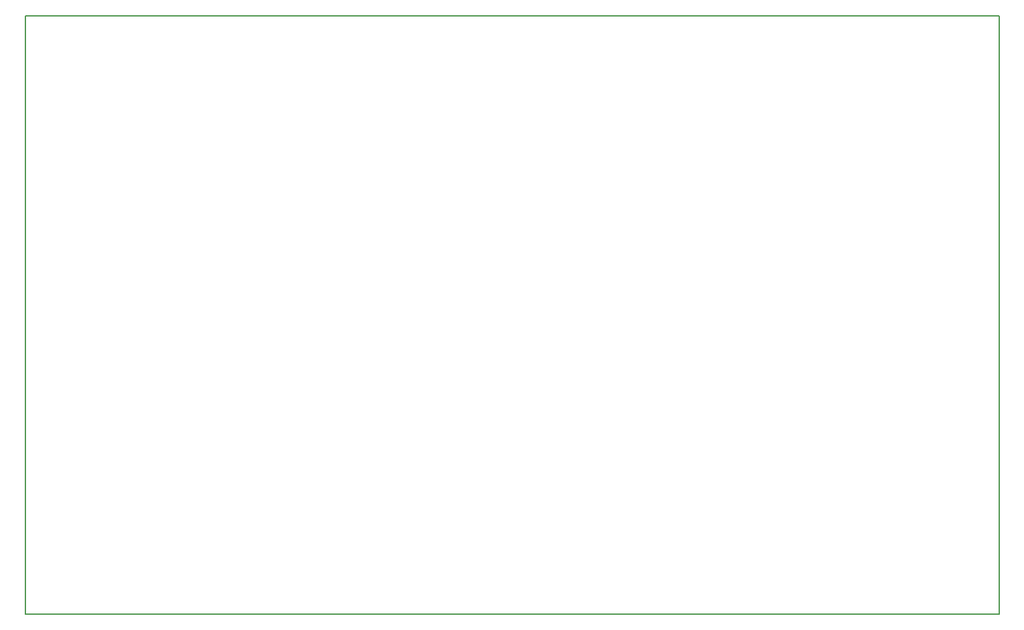
<source format=gbo>
G04 MADE WITH FRITZING*
G04 WWW.FRITZING.ORG*
G04 DOUBLE SIDED*
G04 HOLES PLATED*
G04 CONTOUR ON CENTER OF CONTOUR VECTOR*
%ASAXBY*%
%FSLAX23Y23*%
%MOIN*%
%OFA0B0*%
%SFA1.0B1.0*%
%ADD10R,5.118120X3.149610X5.102120X3.133610*%
%ADD11C,0.008000*%
%LNSILK0*%
G90*
G70*
G54D11*
X4Y3146D02*
X5114Y3146D01*
X5114Y4D01*
X4Y4D01*
X4Y3146D01*
D02*
G04 End of Silk0*
M02*
</source>
